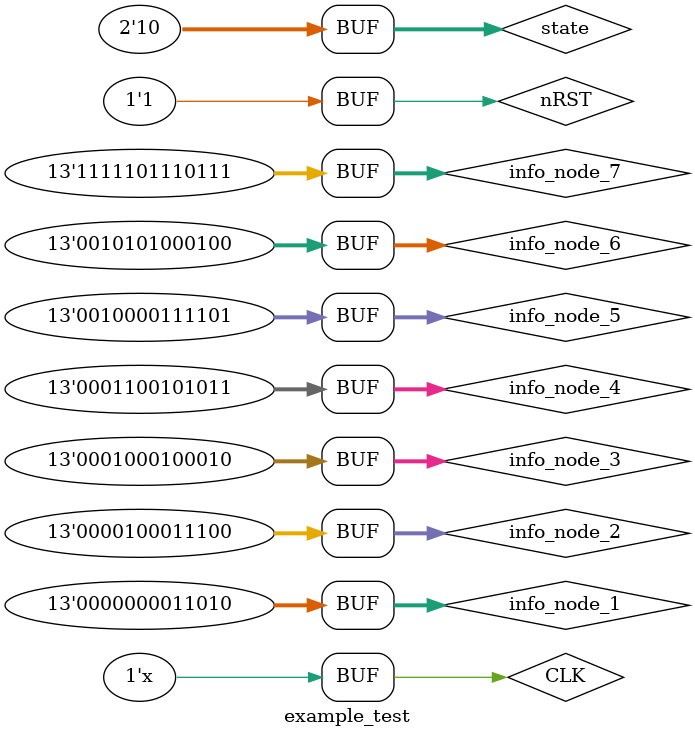
<source format=v>
`timescale 1ns / 1ps


module example_test;

	// Inputs
	reg CLK;
	reg nRST;
	reg [1:0] state;
	reg [12:0] info_node_1;
	reg [12:0] info_node_2;
	reg [12:0] info_node_3;
	reg [12:0] info_node_4;
	reg [12:0] info_node_5;
	reg [12:0] info_node_6;
	reg [12:0] info_node_7;

	// Outputs
	wire [7:0] state1;
	wire [7:0] state2;
	wire [7:0] state3;
	wire [7:0] state4;
	wire [7:0] state5;
	wire [7:0] state6;
	wire [7:0] state7;

	// Instantiate the Unit Under Test (UUT)
	example uut (
		.CLK(CLK), 
		.nRST(nRST), 
		.state(state), 
		.info_node_1(info_node_1), 
		.info_node_2(info_node_2), 
		.info_node_3(info_node_3), 
		.info_node_4(info_node_4), 
		.info_node_5(info_node_5), 
		.info_node_6(info_node_6), 
		.info_node_7(info_node_7), 
		.state1(state1), 
		.state2(state2), 
		.state3(state3), 
		.state4(state4), 
		.state5(state5), 
		.state6(state6), 
		.state7(state7)
	);

	initial begin
		// Initialize Inputs
		CLK = 0;
		nRST = 0;
		state = 2'b10;
		info_node_1 = 13'b0000_0_0001_1010;
		info_node_2 = 13'b0000_1_0001_1100;
		info_node_3 = 13'b0001_0_0010_0010;
		info_node_4 = 13'b0001_1_0010_1011;
		info_node_5 = 13'b0010_0_0011_1101;
		info_node_6 = 13'b0010_1_0100_0100;
		info_node_7 = 13'b1111_1_0111_0111;

		// Wait 100 ns for global reset to finish
		#100;
        nRST = 1;
		// Add stimulus here

	end
	parameter DELAY = 2;
	always
		#DELAY CLK = ~CLK; 
		
endmodule


</source>
